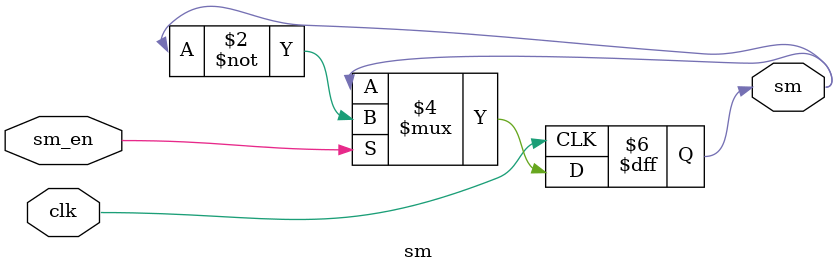
<source format=v>
module sm(clk, sm_en, sm);
	input clk, sm_en;
	output reg sm;
	initial sm = 1'b0;
	always @(negedge clk) begin
		if(sm_en) sm <= ~sm;
	end
endmodule

</source>
